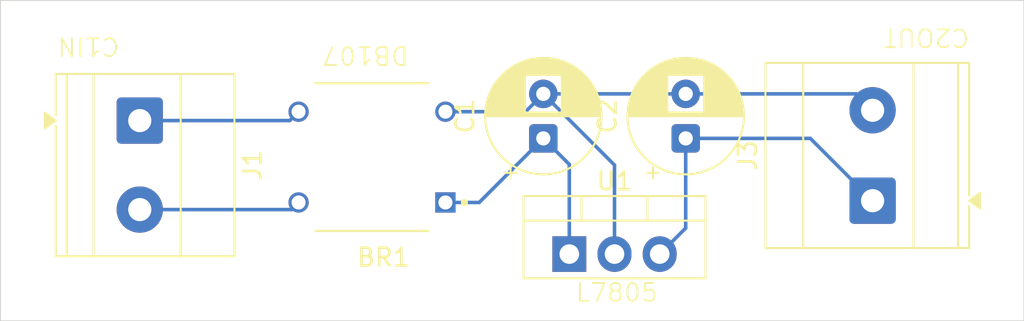
<source format=kicad_pcb>
(kicad_pcb (version 20241229) (generator "pcbnew") (generator_version "9.0")
  (layers (0 "F.Cu" signal) (2 "B.Cu" signal) (13 "F.Paste" user) (15 "B.Paste" user) (5 "F.SilkS" user "F.Silkscreen") (7 "B.SilkS" user "B.Silkscreen") (1 "F.Mask" user) (3 "B.Mask" user) (25 "Edge.Cuts" user))
  (net 0 "")
  (net 1 "Net-(J1-Pin_1)")
  (net 2 "Net-(J1-Pin_2)")
  (net 3 "Net-(U1-IN)")
  (net 4 "Net-(J3-Pin_2)")
  (net 5 "Net-(J3-Pin_1)")
  (footprint "TerminalBlock_Phoenix:TerminalBlock_Phoenix_MKDS-1,5-2_1x02_P5.00mm_Horizontal" (layer "F.Cu") (at 102.8275 64 -90)
    (property "Reference" "J1" (at 2.5 -6.32 90) (layer "F.SilkS"))
    (property "Value" "Screw_Terminal_01x02")
    (fp_line (start -2.62 4.72) (end -0.3 4.72) (stroke (width 0.12)) (layer "F.SilkS"))
    (fp_line (start 0.3 4.72) (end 7.62 4.72) (stroke (width 0.12)) (layer "F.SilkS"))
    (fp_line (start -2.62 4.1) (end 7.62 4.1) (stroke (width 0.12)) (layer "F.SilkS"))
    (fp_line (start -2.62 2.6) (end 7.62 2.6) (stroke (width 0.12)) (layer "F.SilkS"))
    (fp_line (start -2.62 -2.3) (end 7.62 -2.3) (stroke (width 0.12)) (layer "F.SilkS"))
    (fp_line (start -2.62 -5.32) (end -2.62 4.72) (stroke (width 0.12)) (layer "F.SilkS"))
    (fp_line (start -2.62 -5.32) (end 7.62 -5.32) (stroke (width 0.12)) (layer "F.SilkS"))
    (fp_line (start 7.62 -5.32) (end 7.62 4.72) (stroke (width 0.12)) (layer "F.SilkS"))
    (fp_poly (pts (xy 0 4.72) (xy 0.44 5.33) (xy -0.44 5.33)) (stroke (width 0.12)) (fill yes) (layer "F.SilkS"))
    (pad "1" thru_hole roundrect (at 0 0 270) (size 2.6 2.6) (drill 1.3) (layers "*.Cu" "*.Mask") (roundrect_rratio 0.096154) (net 1 "Net-(J1-Pin_1)"))
    (pad "2" thru_hole circle (at 5 0 270) (size 2.6 2.6) (drill 1.3) (layers "*.Cu" "*.Mask") (net 2 "Net-(J1-Pin_2)"))
  )
  (footprint "TerminalBlock_Phoenix:TerminalBlock_Phoenix_MKDS-3-2-5.08_1x02_P5.08mm_Horizontal" (layer "F.Cu") (at 144 68.5 90)
    (property "Reference" "J3" (at 2.54 -7.02 90) (layer "F.SilkS"))
    (property "Value" "Screw_Terminal_01x02")
    (fp_line (start 7.74 -6.02) (end 7.74 5.42) (stroke (width 0.12)) (layer "F.SilkS"))
    (fp_line (start -2.66 -6.02) (end 7.74 -6.02) (stroke (width 0.12)) (layer "F.SilkS"))
    (fp_line (start -2.66 -6.02) (end -2.66 5.42) (stroke (width 0.12)) (layer "F.SilkS"))
    (fp_line (start -2.66 -3.9) (end 7.74 -3.9) (stroke (width 0.12)) (layer "F.SilkS"))
    (fp_line (start -2.66 2.3) (end 7.74 2.3) (stroke (width 0.12)) (layer "F.SilkS"))
    (fp_line (start -2.66 4.8) (end 7.74 4.8) (stroke (width 0.12)) (layer "F.SilkS"))
    (fp_line (start 0.3 5.42) (end 7.74 5.42) (stroke (width 0.12)) (layer "F.SilkS"))
    (fp_line (start -2.66 5.42) (end -0.3 5.42) (stroke (width 0.12)) (layer "F.SilkS"))
    (fp_poly (pts (xy 0 5.42) (xy 0.44 6.03) (xy -0.44 6.03)) (stroke (width 0.12)) (fill yes) (layer "F.SilkS"))
    (pad "1" thru_hole roundrect (at 0 0 90) (size 2.6 2.6) (drill 1.3) (layers "*.Cu" "*.Mask") (roundrect_rratio 0.096154) (net 5 "Net-(J3-Pin_1)"))
    (pad "2" thru_hole circle (at 5.08 0 90) (size 2.6 2.6) (drill 1.3) (layers "*.Cu" "*.Mask") (net 4 "Net-(J3-Pin_2)"))
  )
  (footprint "Capacitor_THT:CP_Radial_D6.3mm_P2.50mm" (layer "F.Cu") (at 125.5 65 90)
    (property "Reference" "C1" (at 1.25 -4.4 90) (layer "F.SilkS"))
    (property "Value" "C_Polarized")
    (fp_line (start 1.29 -3.23) (end 1.29 3.23) (stroke (width 0.12)) (layer "F.SilkS"))
    (fp_line (start 1.25 -3.23) (end 1.25 3.23) (stroke (width 0.12)) (layer "F.SilkS"))
    (fp_line (start 1.33 -3.229) (end 1.33 3.229) (stroke (width 0.12)) (layer "F.SilkS"))
    (fp_line (start 1.37 -3.228) (end 1.37 3.228) (stroke (width 0.12)) (layer "F.SilkS"))
    (fp_line (start 1.41 -3.226) (end 1.41 3.226) (stroke (width 0.12)) (layer "F.SilkS"))
    (fp_line (start 1.45 -3.224) (end 1.45 3.224) (stroke (width 0.12)) (layer "F.SilkS"))
    (fp_line (start 1.49 -3.221) (end 1.49 -1.04) (stroke (width 0.12)) (layer "F.SilkS"))
    (fp_line (start 1.53 -3.218) (end 1.53 -1.04) (stroke (width 0.12)) (layer "F.SilkS"))
    (fp_line (start 1.57 -3.214) (end 1.57 -1.04) (stroke (width 0.12)) (layer "F.SilkS"))
    (fp_line (start 1.61 -3.21) (end 1.61 -1.04) (stroke (width 0.12)) (layer "F.SilkS"))
    (fp_line (start 1.65 -3.205) (end 1.65 -1.04) (stroke (width 0.12)) (layer "F.SilkS"))
    (fp_line (start 1.69 -3.2) (end 1.69 -1.04) (stroke (width 0.12)) (layer "F.SilkS"))
    (fp_line (start 1.73 -3.195) (end 1.73 -1.04) (stroke (width 0.12)) (layer "F.SilkS"))
    (fp_line (start 1.77 -3.188) (end 1.77 -1.04) (stroke (width 0.12)) (layer "F.SilkS"))
    (fp_line (start 1.81 -3.182) (end 1.81 -1.04) (stroke (width 0.12)) (layer "F.SilkS"))
    (fp_line (start 1.85 -3.174) (end 1.85 -1.04) (stroke (width 0.12)) (layer "F.SilkS"))
    (fp_line (start 1.89 -3.167) (end 1.89 -1.04) (stroke (width 0.12)) (layer "F.SilkS"))
    (fp_line (start 1.93 -3.159) (end 1.93 -1.04) (stroke (width 0.12)) (layer "F.SilkS"))
    (fp_line (start 1.97 -3.15) (end 1.97 -1.04) (stroke (width 0.12)) (layer "F.SilkS"))
    (fp_line (start 2.01 -3.14) (end 2.01 -1.04) (stroke (width 0.12)) (layer "F.SilkS"))
    (fp_line (start 2.05 -3.131) (end 2.05 -1.04) (stroke (width 0.12)) (layer "F.SilkS"))
    (fp_line (start 2.09 -3.12) (end 2.09 -1.04) (stroke (width 0.12)) (layer "F.SilkS"))
    (fp_line (start 2.13 -3.109) (end 2.13 -1.04) (stroke (width 0.12)) (layer "F.SilkS"))
    (fp_line (start 2.17 -3.098) (end 2.17 -1.04) (stroke (width 0.12)) (layer "F.SilkS"))
    (fp_line (start 2.21 -3.086) (end 2.21 -1.04) (stroke (width 0.12)) (layer "F.SilkS"))
    (fp_line (start 2.25 -3.073) (end 2.25 -1.04) (stroke (width 0.12)) (layer "F.SilkS"))
    (fp_line (start 2.29 -3.06) (end 2.29 -1.04) (stroke (width 0.12)) (layer "F.SilkS"))
    (fp_line (start 2.33 -3.047) (end 2.33 -1.04) (stroke (width 0.12)) (layer "F.SilkS"))
    (fp_line (start 2.37 -3.032) (end 2.37 -1.04) (stroke (width 0.12)) (layer "F.SilkS"))
    (fp_line (start 2.41 -3.017) (end 2.41 -1.04) (stroke (width 0.12)) (layer "F.SilkS"))
    (fp_line (start 2.45 -3.002) (end 2.45 -1.04) (stroke (width 0.12)) (layer "F.SilkS"))
    (fp_line (start 2.49 -2.986) (end 2.49 -1.04) (stroke (width 0.12)) (layer "F.SilkS"))
    (fp_line (start 2.53 -2.969) (end 2.53 -1.04) (stroke (width 0.12)) (layer "F.SilkS"))
    (fp_line (start 2.57 -2.952) (end 2.57 -1.04) (stroke (width 0.12)) (layer "F.SilkS"))
    (fp_line (start 2.61 -2.934) (end 2.61 -1.04) (stroke (width 0.12)) (layer "F.SilkS"))
    (fp_line (start 2.65 -2.915) (end 2.65 -1.04) (stroke (width 0.12)) (layer "F.SilkS"))
    (fp_line (start 2.69 -2.896) (end 2.69 -1.04) (stroke (width 0.12)) (layer "F.SilkS"))
    (fp_line (start 2.73 -2.876) (end 2.73 -1.04) (stroke (width 0.12)) (layer "F.SilkS"))
    (fp_line (start 2.77 -2.855) (end 2.77 -1.04) (stroke (width 0.12)) (layer "F.SilkS"))
    (fp_line (start 2.81 -2.834) (end 2.81 -1.04) (stroke (width 0.12)) (layer "F.SilkS"))
    (fp_line (start 2.85 -2.812) (end 2.85 -1.04) (stroke (width 0.12)) (layer "F.SilkS"))
    (fp_line (start 2.89 -2.789) (end 2.89 -1.04) (stroke (width 0.12)) (layer "F.SilkS"))
    (fp_line (start 2.93 -2.765) (end 2.93 -1.04) (stroke (width 0.12)) (layer "F.SilkS"))
    (fp_line (start 2.97 -2.741) (end 2.97 -1.04) (stroke (width 0.12)) (layer "F.SilkS"))
    (fp_line (start 3.01 -2.716) (end 3.01 -1.04) (stroke (width 0.12)) (layer "F.SilkS"))
    (fp_line (start 3.05 -2.69) (end 3.05 -1.04) (stroke (width 0.12)) (layer "F.SilkS"))
    (fp_line (start 3.09 -2.663) (end 3.09 -1.04) (stroke (width 0.12)) (layer "F.SilkS"))
    (fp_line (start 3.13 -2.636) (end 3.13 -1.04) (stroke (width 0.12)) (layer "F.SilkS"))
    (fp_line (start 3.17 -2.607) (end 3.17 -1.04) (stroke (width 0.12)) (layer "F.SilkS"))
    (fp_line (start 3.21 -2.577) (end 3.21 -1.04) (stroke (width 0.12)) (layer "F.SilkS"))
    (fp_line (start 3.25 -2.547) (end 3.25 -1.04) (stroke (width 0.12)) (layer "F.SilkS"))
    (fp_line (start 3.29 -2.516) (end 3.29 -1.04) (stroke (width 0.12)) (layer "F.SilkS"))
    (fp_line (start 3.33 -2.483) (end 3.33 -1.04) (stroke (width 0.12)) (layer "F.SilkS"))
    (fp_line (start 3.37 -2.45) (end 3.37 -1.04) (stroke (width 0.12)) (layer "F.SilkS"))
    (fp_line (start 3.41 -2.415) (end 3.41 -1.04) (stroke (width 0.12)) (layer "F.SilkS"))
    (fp_line (start 3.45 -2.379) (end 3.45 -1.04) (stroke (width 0.12)) (layer "F.SilkS"))
    (fp_line (start 3.49 -2.342) (end 3.49 -1.04) (stroke (width 0.12)) (layer "F.SilkS"))
    (fp_line (start 3.53 -2.304) (end 3.53 -1.04) (stroke (width 0.12)) (layer "F.SilkS"))
    (fp_line (start 3.57 -2.264) (end 3.57 2.264) (stroke (width 0.12)) (layer "F.SilkS"))
    (fp_line (start 3.61 -2.223) (end 3.61 2.223) (stroke (width 0.12)) (layer "F.SilkS"))
    (fp_line (start 3.65 -2.181) (end 3.65 2.181) (stroke (width 0.12)) (layer "F.SilkS"))
    (fp_line (start -1.935241 -2.154) (end -1.935241 -1.524) (stroke (width 0.12)) (layer "F.SilkS"))
    (fp_line (start 3.69 -2.137) (end 3.69 2.137) (stroke (width 0.12)) (layer "F.SilkS"))
    (fp_line (start 3.73 -2.091) (end 3.73 2.091) (stroke (width 0.12)) (layer "F.SilkS"))
    (fp_line (start 3.77 -2.044) (end 3.77 2.044) (stroke (width 0.12)) (layer "F.SilkS"))
    (fp_line (start 3.81 -1.995) (end 3.81 1.995) (stroke (width 0.12)) (layer "F.SilkS"))
    (fp_line (start 3.85 -1.943) (end 3.85 1.943) (stroke (width 0.12)) (layer "F.SilkS"))
    (fp_line (start 3.89 -1.89) (end 3.89 1.89) (stroke (width 0.12)) (layer "F.SilkS"))
    (fp_line (start -2.250241 -1.839) (end -1.620241 -1.839) (stroke (width 0.12)) (layer "F.SilkS"))
    (fp_line (start 3.93 -1.834) (end 3.93 1.834) (stroke (width 0.12)) (layer "F.SilkS"))
    (fp_line (start 3.97 -1.775) (end 3.97 1.775) (stroke (width 0.12)) (layer "F.SilkS"))
    (fp_line (start 4.01 -1.714) (end 4.01 1.714) (stroke (width 0.12)) (layer "F.SilkS"))
    (fp_line (start 4.05 -1.649) (end 4.05 1.649) (stroke (width 0.12)) (layer "F.SilkS"))
    (fp_line (start 4.09 -1.581) (end 4.09 1.581) (stroke (width 0.12)) (layer "F.SilkS"))
    (fp_line (start 4.13 -1.509) (end 4.13 1.509) (stroke (width 0.12)) (layer "F.SilkS"))
    (fp_line (start 4.17 -1.432) (end 4.17 1.432) (stroke (width 0.12)) (layer "F.SilkS"))
    (fp_line (start 4.21 -1.35) (end 4.21 1.35) (stroke (width 0.12)) (layer "F.SilkS"))
    (fp_line (start 4.25 -1.261) (end 4.25 1.261) (stroke (width 0.12)) (layer "F.SilkS"))
    (fp_line (start 4.29 -1.165) (end 4.29 1.165) (stroke (width 0.12)) (layer "F.SilkS"))
    (fp_line (start 4.33 -1.058) (end 4.33 1.058) (stroke (width 0.12)) (layer "F.SilkS"))
    (fp_line (start 4.37 -0.939) (end 4.37 0.939) (stroke (width 0.12)) (layer "F.SilkS"))
    (fp_line (start 4.41 -0.801) (end 4.41 0.801) (stroke (width 0.12)) (layer "F.SilkS"))
    (fp_line (start 4.45 -0.633) (end 4.45 0.633) (stroke (width 0.12)) (layer "F.SilkS"))
    (fp_line (start 4.49 -0.402) (end 4.49 0.402) (stroke (width 0.12)) (layer "F.SilkS"))
    (fp_line (start 3.53 1.04) (end 3.53 2.304) (stroke (width 0.12)) (layer "F.SilkS"))
    (fp_line (start 3.49 1.04) (end 3.49 2.342) (stroke (width 0.12)) (layer "F.SilkS"))
    (fp_line (start 3.45 1.04) (end 3.45 2.379) (stroke (width 0.12)) (layer "F.SilkS"))
    (fp_line (start 3.41 1.04) (end 3.41 2.415) (stroke (width 0.12)) (layer "F.SilkS"))
    (fp_line (start 3.37 1.04) (end 3.37 2.45) (stroke (width 0.12)) (layer "F.SilkS"))
    (fp_line (start 3.33 1.04) (end 3.33 2.483) (stroke (width 0.12)) (layer "F.SilkS"))
    (fp_line (start 3.29 1.04) (end 3.29 2.516) (stroke (width 0.12)) (layer "F.SilkS"))
    (fp_line (start 3.25 1.04) (end 3.25 2.547) (stroke (width 0.12)) (layer "F.SilkS"))
    (fp_line (start 3.21 1.04) (end 3.21 2.577) (stroke (width 0.12)) (layer "F.SilkS"))
    (fp_line (start 3.17 1.04) (end 3.17 2.607) (stroke (width 0.12)) (layer "F.SilkS"))
    (fp_line (start 3.13 1.04) (end 3.13 2.636) (stroke (width 0.12)) (layer "F.SilkS"))
    (fp_line (start 3.09 1.04) (end 3.09 2.663) (stroke (width 0.12)) (layer "F.SilkS"))
    (fp_line (start 3.05 1.04) (end 3.05 2.69) (stroke (width 0.12)) (layer "F.SilkS"))
    (fp_line (start 3.01 1.04) (end 3.01 2.716) (stroke (width 0.12)) (layer "F.SilkS"))
    (fp_line (start 2.97 1.04) (end 2.97 2.741) (stroke (width 0.12)) (layer "F.SilkS"))
    (fp_line (start 2.93 1.04) (end 2.93 2.765) (stroke (width 0.12)) (layer "F.SilkS"))
    (fp_line (start 2.89 1.04) (end 2.89 2.789) (stroke (width 0.12)) (layer "F.SilkS"))
    (fp_line (start 2.85 1.04) (end 2.85 2.812) (stroke (width 0.12)) (layer "F.SilkS"))
    (fp_line (start 2.81 1.04) (end 2.81 2.834) (stroke (width 0.12)) (layer "F.SilkS"))
    (fp_line (start 2.77 1.04) (end 2.77 2.855) (stroke (width 0.12)) (layer "F.SilkS"))
    (fp_line (start 2.73 1.04) (end 2.73 2.876) (stroke (width 0.12)) (layer "F.SilkS"))
    (fp_line (start 2.69 1.04) (end 2.69 2.896) (stroke (width 0.12)) (layer "F.SilkS"))
    (fp_line (start 2.65 1.04) (end 2.65 2.915) (stroke (width 0.12)) (layer "F.SilkS"))
    (fp_line (start 2.61 1.04) (end 2.61 2.934) (stroke (width 0.12)) (layer "F.SilkS"))
    (fp_line (start 2.57 1.04) (end 2.57 2.952) (stroke (width 0.12)) (layer "F.SilkS"))
    (fp_line (start 2.53 1.04) (end 2.53 2.969) (stroke (width 0.12)) (layer "F.SilkS"))
    (fp_line (start 2.49 1.04) (end 2.49 2.986) (stroke (width 0.12)) (layer "F.SilkS"))
    (fp_line (start 2.45 1.04) (end 2.45 3.002) (stroke (width 0.12)) (layer "F.SilkS"))
    (fp_line (start 2.41 1.04) (end 2.41 3.017) (stroke (width 0.12)) (layer "F.SilkS"))
    (fp_line (start 2.37 1.04) (end 2.37 3.032) (stroke (width 0.12)) (layer "F.SilkS"))
    (fp_line (start 2.33 1.04) (end 2.33 3.047) (stroke (width 0.12)) (layer "F.SilkS"))
    (fp_line (start 2.29 1.04) (end 2.29 3.06) (stroke (width 0.12)) (layer "F.SilkS"))
    (fp_line (start 2.25 1.04) (end 2.25 3.073) (stroke (width 0.12)) (layer "F.SilkS"))
    (fp_line (start 2.21 1.04) (end 2.21 3.086) (stroke (width 0.12)) (layer "F.SilkS"))
    (fp_line (start 2.17 1.04) (end 2.17 3.098) (stroke (width 0.12)) (layer "F.SilkS"))
    (fp_line (start 2.13 1.04) (end 2.13 3.109) (stroke (width 0.12)) (layer "F.SilkS"))
    (fp_line (start 2.09 1.04) (end 2.09 3.12) (stroke (width 0.12)) (layer "F.SilkS"))
    (fp_line (start 2.05 1.04) (end 2.05 3.131) (stroke (width 0.12)) (layer "F.SilkS"))
    (fp_line (start 2.01 1.04) (end 2.01 3.14) (stroke (width 0.12)) (layer "F.SilkS"))
    (fp_line (start 1.97 1.04) (end 1.97 3.15) (stroke (width 0.12)) (layer "F.SilkS"))
    (fp_line (start 1.93 1.04) (end 1.93 3.159) (stroke (width 0.12)) (layer "F.SilkS"))
    (fp_line (start 1.89 1.04) (end 1.89 3.167) (stroke (width 0.12)) (layer "F.SilkS"))
    (fp_line (start 1.85 1.04) (end 1.85 3.174) (stroke (width 0.12)) (layer "F.SilkS"))
    (fp_line (start 1.81 1.04) (end 1.81 3.182) (stroke (width 0.12)) (layer "F.SilkS"))
    (fp_line (start 1.77 1.04) (end 1.77 3.188) (stroke (width 0.12)) (layer "F.SilkS"))
    (fp_line (start 1.73 1.04) (end 1.73 3.195) (stroke (width 0.12)) (layer "F.SilkS"))
    (fp_line (start 1.69 1.04) (end 1.69 3.2) (stroke (width 0.12)) (layer "F.SilkS"))
    (fp_line (start 1.65 1.04) (end 1.65 3.205) (stroke (width 0.12)) (layer "F.SilkS"))
    (fp_line (start 1.61 1.04) (end 1.61 3.21) (stroke (width 0.12)) (layer "F.SilkS"))
    (fp_line (start 1.57 1.04) (end 1.57 3.214) (stroke (width 0.12)) (layer "F.SilkS"))
    (fp_line (start 1.53 1.04) (end 1.53 3.218) (stroke (width 0.12)) (layer "F.SilkS"))
    (fp_line (start 1.49 1.04) (end 1.49 3.221) (stroke (width 0.12)) (layer "F.SilkS"))
    (fp_circle (center 1.25 0) (end 4.52 0) (stroke (width 0.12)) (fill no) (layer "F.SilkS"))
    (pad "1" thru_hole roundrect (at 0 0 90) (size 1.6 1.6) (drill 0.8) (layers "*.Cu" "*.Mask") (roundrect_rratio 0.15625) (net 3 "Net-(U1-IN)"))
    (pad "2" thru_hole circle (at 2.5 0 90) (size 1.6 1.6) (drill 0.8) (layers "*.Cu" "*.Mask") (net 4 "Net-(J3-Pin_2)"))
  )
  (footprint "Package_TO_SOT_THT:TO-220-3_Vertical" (layer "F.Cu") (at 126.96 71.5)
    (property "Reference" "U1" (at 2.54 -4.1 0) (layer "F.SilkS"))
    (property "Value" "L7805")
    (fp_line (start -2.57 -3.26) (end -2.57 1.36) (stroke (width 0.12)) (layer "F.SilkS"))
    (fp_line (start -2.57 -3.26) (end 7.65 -3.26) (stroke (width 0.12)) (layer "F.SilkS"))
    (fp_line (start -2.57 -1.88) (end 7.65 -1.88) (stroke (width 0.12)) (layer "F.SilkS"))
    (fp_line (start -2.57 1.36) (end 7.65 1.36) (stroke (width 0.12)) (layer "F.SilkS"))
    (fp_line (start 0.69 -3.26) (end 0.69 -1.88) (stroke (width 0.12)) (layer "F.SilkS"))
    (fp_line (start 4.39 -3.26) (end 4.39 -1.88) (stroke (width 0.12)) (layer "F.SilkS"))
    (fp_line (start 7.65 -3.26) (end 7.65 1.36) (stroke (width 0.12)) (layer "F.SilkS"))
    (pad "1" thru_hole rect (at 0 0) (size 1.905 2) (drill 1.1) (layers "*.Cu" "*.Mask") (net 3 "Net-(U1-IN)"))
    (pad "2" thru_hole oval (at 2.54 0) (size 1.905 2) (drill 1.1) (layers "*.Cu" "*.Mask") (net 4 "Net-(J3-Pin_2)"))
    (pad "3" thru_hole oval (at 5.08 0) (size 1.905 2) (drill 1.1) (layers "*.Cu" "*.Mask") (net 5 "Net-(J3-Pin_1)"))
  )
  (footprint "Capacitor_THT:CP_Radial_D6.3mm_P2.50mm" (layer "F.Cu") (at 133.5 65 90)
    (property "Reference" "C2" (at 1.25 -4.4 90) (layer "F.SilkS"))
    (property "Value" "C_Polarized")
    (fp_line (start 1.29 -3.23) (end 1.29 3.23) (stroke (width 0.12)) (layer "F.SilkS"))
    (fp_line (start 1.25 -3.23) (end 1.25 3.23) (stroke (width 0.12)) (layer "F.SilkS"))
    (fp_line (start 1.33 -3.229) (end 1.33 3.229) (stroke (width 0.12)) (layer "F.SilkS"))
    (fp_line (start 1.37 -3.228) (end 1.37 3.228) (stroke (width 0.12)) (layer "F.SilkS"))
    (fp_line (start 1.41 -3.226) (end 1.41 3.226) (stroke (width 0.12)) (layer "F.SilkS"))
    (fp_line (start 1.45 -3.224) (end 1.45 3.224) (stroke (width 0.12)) (layer "F.SilkS"))
    (fp_line (start 1.49 -3.221) (end 1.49 -1.04) (stroke (width 0.12)) (layer "F.SilkS"))
    (fp_line (start 1.53 -3.218) (end 1.53 -1.04) (stroke (width 0.12)) (layer "F.SilkS"))
    (fp_line (start 1.57 -3.214) (end 1.57 -1.04) (stroke (width 0.12)) (layer "F.SilkS"))
    (fp_line (start 1.61 -3.21) (end 1.61 -1.04) (stroke (width 0.12)) (layer "F.SilkS"))
    (fp_line (start 1.65 -3.205) (end 1.65 -1.04) (stroke (width 0.12)) (layer "F.SilkS"))
    (fp_line (start 1.69 -3.2) (end 1.69 -1.04) (stroke (width 0.12)) (layer "F.SilkS"))
    (fp_line (start 1.73 -3.195) (end 1.73 -1.04) (stroke (width 0.12)) (layer "F.SilkS"))
    (fp_line (start 1.77 -3.188) (end 1.77 -1.04) (stroke (width 0.12)) (layer "F.SilkS"))
    (fp_line (start 1.81 -3.182) (end 1.81 -1.04) (stroke (width 0.12)) (layer "F.SilkS"))
    (fp_line (start 1.85 -3.174) (end 1.85 -1.04) (stroke (width 0.12)) (layer "F.SilkS"))
    (fp_line (start 1.89 -3.167) (end 1.89 -1.04) (stroke (width 0.12)) (layer "F.SilkS"))
    (fp_line (start 1.93 -3.159) (end 1.93 -1.04) (stroke (width 0.12)) (layer "F.SilkS"))
    (fp_line (start 1.97 -3.15) (end 1.97 -1.04) (stroke (width 0.12)) (layer "F.SilkS"))
    (fp_line (start 2.01 -3.14) (end 2.01 -1.04) (stroke (width 0.12)) (layer "F.SilkS"))
    (fp_line (start 2.05 -3.131) (end 2.05 -1.04) (stroke (width 0.12)) (layer "F.SilkS"))
    (fp_line (start 2.09 -3.12) (end 2.09 -1.04) (stroke (width 0.12)) (layer "F.SilkS"))
    (fp_line (start 2.13 -3.109) (end 2.13 -1.04) (stroke (width 0.12)) (layer "F.SilkS"))
    (fp_line (start 2.17 -3.098) (end 2.17 -1.04) (stroke (width 0.12)) (layer "F.SilkS"))
    (fp_line (start 2.21 -3.086) (end 2.21 -1.04) (stroke (width 0.12)) (layer "F.SilkS"))
    (fp_line (start 2.25 -3.073) (end 2.25 -1.04) (stroke (width 0.12)) (layer "F.SilkS"))
    (fp_line (start 2.29 -3.06) (end 2.29 -1.04) (stroke (width 0.12)) (layer "F.SilkS"))
    (fp_line (start 2.33 -3.047) (end 2.33 -1.04) (stroke (width 0.12)) (layer "F.SilkS"))
    (fp_line (start 2.37 -3.032) (end 2.37 -1.04) (stroke (width 0.12)) (layer "F.SilkS"))
    (fp_line (start 2.41 -3.017) (end 2.41 -1.04) (stroke (width 0.12)) (layer "F.SilkS"))
    (fp_line (start 2.45 -3.002) (end 2.45 -1.04) (stroke (width 0.12)) (layer "F.SilkS"))
    (fp_line (start 2.49 -2.986) (end 2.49 -1.04) (stroke (width 0.12)) (layer "F.SilkS"))
    (fp_line (start 2.53 -2.969) (end 2.53 -1.04) (stroke (width 0.12)) (layer "F.SilkS"))
    (fp_line (start 2.57 -2.952) (end 2.57 -1.04) (stroke (width 0.12)) (layer "F.SilkS"))
    (fp_line (start 2.61 -2.934) (end 2.61 -1.04) (stroke (width 0.12)) (layer "F.SilkS"))
    (fp_line (start 2.65 -2.915) (end 2.65 -1.04) (stroke (width 0.12)) (layer "F.SilkS"))
    (fp_line (start 2.69 -2.896) (end 2.69 -1.04) (stroke (width 0.12)) (layer "F.SilkS"))
    (fp_line (start 2.73 -2.876) (end 2.73 -1.04) (stroke (width 0.12)) (layer "F.SilkS"))
    (fp_line (start 2.77 -2.855) (end 2.77 -1.04) (stroke (width 0.12)) (layer "F.SilkS"))
    (fp_line (start 2.81 -2.834) (end 2.81 -1.04) (stroke (width 0.12)) (layer "F.SilkS"))
    (fp_line (start 2.85 -2.812) (end 2.85 -1.04) (stroke (width 0.12)) (layer "F.SilkS"))
    (fp_line (start 2.89 -2.789) (end 2.89 -1.04) (stroke (width 0.12)) (layer "F.SilkS"))
    (fp_line (start 2.93 -2.765) (end 2.93 -1.04) (stroke (width 0.12)) (layer "F.SilkS"))
    (fp_line (start 2.97 -2.741) (end 2.97 -1.04) (stroke (width 0.12)) (layer "F.SilkS"))
    (fp_line (start 3.01 -2.716) (end 3.01 -1.04) (stroke (width 0.12)) (layer "F.SilkS"))
    (fp_line (start 3.05 -2.69) (end 3.05 -1.04) (stroke (width 0.12)) (layer "F.SilkS"))
    (fp_line (start 3.09 -2.663) (end 3.09 -1.04) (stroke (width 0.12)) (layer "F.SilkS"))
    (fp_line (start 3.13 -2.636) (end 3.13 -1.04) (stroke (width 0.12)) (layer "F.SilkS"))
    (fp_line (start 3.17 -2.607) (end 3.17 -1.04) (stroke (width 0.12)) (layer "F.SilkS"))
    (fp_line (start 3.21 -2.577) (end 3.21 -1.04) (stroke (width 0.12)) (layer "F.SilkS"))
    (fp_line (start 3.25 -2.547) (end 3.25 -1.04) (stroke (width 0.12)) (layer "F.SilkS"))
    (fp_line (start 3.29 -2.516) (end 3.29 -1.04) (stroke (width 0.12)) (layer "F.SilkS"))
    (fp_line (start 3.33 -2.483) (end 3.33 -1.04) (stroke (width 0.12)) (layer "F.SilkS"))
    (fp_line (start 3.37 -2.45) (end 3.37 -1.04) (stroke (width 0.12)) (layer "F.SilkS"))
    (fp_line (start 3.41 -2.415) (end 3.41 -1.04) (stroke (width 0.12)) (layer "F.SilkS"))
    (fp_line (start 3.45 -2.379) (end 3.45 -1.04) (stroke (width 0.12)) (layer "F.SilkS"))
    (fp_line (start 3.49 -2.342) (end 3.49 -1.04) (stroke (width 0.12)) (layer "F.SilkS"))
    (fp_line (start 3.53 -2.304) (end 3.53 -1.04) (stroke (width 0.12)) (layer "F.SilkS"))
    (fp_line (start 3.57 -2.264) (end 3.57 2.264) (stroke (width 0.12)) (layer "F.SilkS"))
    (fp_line (start 3.61 -2.223) (end 3.61 2.223) (stroke (width 0.12)) (layer "F.SilkS"))
    (fp_line (start 3.65 -2.181) (end 3.65 2.181) (stroke (width 0.12)) (layer "F.SilkS"))
    (fp_line (start -1.935241 -2.154) (end -1.935241 -1.524) (stroke (width 0.12)) (layer "F.SilkS"))
    (fp_line (start 3.69 -2.137) (end 3.69 2.137) (stroke (width 0.12)) (layer "F.SilkS"))
    (fp_line (start 3.73 -2.091) (end 3.73 2.091) (stroke (width 0.12)) (layer "F.SilkS"))
    (fp_line (start 3.77 -2.044) (end 3.77 2.044) (stroke (width 0.12)) (layer "F.SilkS"))
    (fp_line (start 3.81 -1.995) (end 3.81 1.995) (stroke (width 0.12)) (layer "F.SilkS"))
    (fp_line (start 3.85 -1.943) (end 3.85 1.943) (stroke (width 0.12)) (layer "F.SilkS"))
    (fp_line (start 3.89 -1.89) (end 3.89 1.89) (stroke (width 0.12)) (layer "F.SilkS"))
    (fp_line (start -2.250241 -1.839) (end -1.620241 -1.839) (stroke (width 0.12)) (layer "F.SilkS"))
    (fp_line (start 3.93 -1.834) (end 3.93 1.834) (stroke (width 0.12)) (layer "F.SilkS"))
    (fp_line (start 3.97 -1.775) (end 3.97 1.775) (stroke (width 0.12)) (layer "F.SilkS"))
    (fp_line (start 4.01 -1.714) (end 4.01 1.714) (stroke (width 0.12)) (layer "F.SilkS"))
    (fp_line (start 4.05 -1.649) (end 4.05 1.649) (stroke (width 0.12)) (layer "F.SilkS"))
    (fp_line (start 4.09 -1.581) (end 4.09 1.581) (stroke (width 0.12)) (layer "F.SilkS"))
    (fp_line (start 4.13 -1.509) (end 4.13 1.509) (stroke (width 0.12)) (layer "F.SilkS"))
    (fp_line (start 4.17 -1.432) (end 4.17 1.432) (stroke (width 0.12)) (layer "F.SilkS"))
    (fp_line (start 4.21 -1.35) (end 4.21 1.35) (stroke (width 0.12)) (layer "F.SilkS"))
    (fp_line (start 4.25 -1.261) (end 4.25 1.261) (stroke (width 0.12)) (layer "F.SilkS"))
    (fp_line (start 4.29 -1.165) (end 4.29 1.165) (stroke (width 0.12)) (layer "F.SilkS"))
    (fp_line (start 4.33 -1.058) (end 4.33 1.058) (stroke (width 0.12)) (layer "F.SilkS"))
    (fp_line (start 4.37 -0.939) (end 4.37 0.939) (stroke (width 0.12)) (layer "F.SilkS"))
    (fp_line (start 4.41 -0.801) (end 4.41 0.801) (stroke (width 0.12)) (layer "F.SilkS"))
    (fp_line (start 4.45 -0.633) (end 4.45 0.633) (stroke (width 0.12)) (layer "F.SilkS"))
    (fp_line (start 4.49 -0.402) (end 4.49 0.402) (stroke (width 0.12)) (layer "F.SilkS"))
    (fp_line (start 3.53 1.04) (end 3.53 2.304) (stroke (width 0.12)) (layer "F.SilkS"))
    (fp_line (start 3.49 1.04) (end 3.49 2.342) (stroke (width 0.12)) (layer "F.SilkS"))
    (fp_line (start 3.45 1.04) (end 3.45 2.379) (stroke (width 0.12)) (layer "F.SilkS"))
    (fp_line (start 3.41 1.04) (end 3.41 2.415) (stroke (width 0.12)) (layer "F.SilkS"))
    (fp_line (start 3.37 1.04) (end 3.37 2.45) (stroke (width 0.12)) (layer "F.SilkS"))
    (fp_line (start 3.33 1.04) (end 3.33 2.483) (stroke (width 0.12)) (layer "F.SilkS"))
    (fp_line (start 3.29 1.04) (end 3.29 2.516) (stroke (width 0.12)) (layer "F.SilkS"))
    (fp_line (start 3.25 1.04) (end 3.25 2.547) (stroke (width 0.12)) (layer "F.SilkS"))
    (fp_line (start 3.21 1.04) (end 3.21 2.577) (stroke (width 0.12)) (layer "F.SilkS"))
    (fp_line (start 3.17 1.04) (end 3.17 2.607) (stroke (width 0.12)) (layer "F.SilkS"))
    (fp_line (start 3.13 1.04) (end 3.13 2.636) (stroke (width 0.12)) (layer "F.SilkS"))
    (fp_line (start 3.09 1.04) (end 3.09 2.663) (stroke (width 0.12)) (layer "F.SilkS"))
    (fp_line (start 3.05 1.04) (end 3.05 2.69) (stroke (width 0.12)) (layer "F.SilkS"))
    (fp_line (start 3.01 1.04) (end 3.01 2.716) (stroke (width 0.12)) (layer "F.SilkS"))
    (fp_line (start 2.97 1.04) (end 2.97 2.741) (stroke (width 0.12)) (layer "F.SilkS"))
    (fp_line (start 2.93 1.04) (end 2.93 2.765) (stroke (width 0.12)) (layer "F.SilkS"))
    (fp_line (start 2.89 1.04) (end 2.89 2.789) (stroke (width 0.12)) (layer "F.SilkS"))
    (fp_line (start 2.85 1.04) (end 2.85 2.812) (stroke (width 0.12)) (layer "F.SilkS"))
    (fp_line (start 2.81 1.04) (end 2.81 2.834) (stroke (width 0.12)) (layer "F.SilkS"))
    (fp_line (start 2.77 1.04) (end 2.77 2.855) (stroke (width 0.12)) (layer "F.SilkS"))
    (fp_line (start 2.73 1.04) (end 2.73 2.876) (stroke (width 0.12)) (layer "F.SilkS"))
    (fp_line (start 2.69 1.04) (end 2.69 2.896) (stroke (width 0.12)) (layer "F.SilkS"))
    (fp_line (start 2.65 1.04) (end 2.65 2.915) (stroke (width 0.12)) (layer "F.SilkS"))
    (fp_line (start 2.61 1.04) (end 2.61 2.934) (stroke (width 0.12)) (layer "F.SilkS"))
    (fp_line (start 2.57 1.04) (end 2.57 2.952) (stroke (width 0.12)) (layer "F.SilkS"))
    (fp_line (start 2.53 1.04) (end 2.53 2.969) (stroke (width 0.12)) (layer "F.SilkS"))
    (fp_line (start 2.49 1.04) (end 2.49 2.986) (stroke (width 0.12)) (layer "F.SilkS"))
    (fp_line (start 2.45 1.04) (end 2.45 3.002) (stroke (width 0.12)) (layer "F.SilkS"))
    (fp_line (start 2.41 1.04) (end 2.41 3.017) (stroke (width 0.12)) (layer "F.SilkS"))
    (fp_line (start 2.37 1.04) (end 2.37 3.032) (stroke (width 0.12)) (layer "F.SilkS"))
    (fp_line (start 2.33 1.04) (end 2.33 3.047) (stroke (width 0.12)) (layer "F.SilkS"))
    (fp_line (start 2.29 1.04) (end 2.29 3.06) (stroke (width 0.12)) (layer "F.SilkS"))
    (fp_line (start 2.25 1.04) (end 2.25 3.073) (stroke (width 0.12)) (layer "F.SilkS"))
    (fp_line (start 2.21 1.04) (end 2.21 3.086) (stroke (width 0.12)) (layer "F.SilkS"))
    (fp_line (start 2.17 1.04) (end 2.17 3.098) (stroke (width 0.12)) (layer "F.SilkS"))
    (fp_line (start 2.13 1.04) (end 2.13 3.109) (stroke (width 0.12)) (layer "F.SilkS"))
    (fp_line (start 2.09 1.04) (end 2.09 3.12) (stroke (width 0.12)) (layer "F.SilkS"))
    (fp_line (start 2.05 1.04) (end 2.05 3.131) (stroke (width 0.12)) (layer "F.SilkS"))
    (fp_line (start 2.01 1.04) (end 2.01 3.14) (stroke (width 0.12)) (layer "F.SilkS"))
    (fp_line (start 1.97 1.04) (end 1.97 3.15) (stroke (width 0.12)) (layer "F.SilkS"))
    (fp_line (start 1.93 1.04) (end 1.93 3.159) (stroke (width 0.12)) (layer "F.SilkS"))
    (fp_line (start 1.89 1.04) (end 1.89 3.167) (stroke (width 0.12)) (layer "F.SilkS"))
    (fp_line (start 1.85 1.04) (end 1.85 3.174) (stroke (width 0.12)) (layer "F.SilkS"))
    (fp_line (start 1.81 1.04) (end 1.81 3.182) (stroke (width 0.12)) (layer "F.SilkS"))
    (fp_line (start 1.77 1.04) (end 1.77 3.188) (stroke (width 0.12)) (layer "F.SilkS"))
    (fp_line (start 1.73 1.04) (end 1.73 3.195) (stroke (width 0.12)) (layer "F.SilkS"))
    (fp_line (start 1.69 1.04) (end 1.69 3.2) (stroke (width 0.12)) (layer "F.SilkS"))
    (fp_line (start 1.65 1.04) (end 1.65 3.205) (stroke (width 0.12)) (layer "F.SilkS"))
    (fp_line (start 1.61 1.04) (end 1.61 3.21) (stroke (width 0.12)) (layer "F.SilkS"))
    (fp_line (start 1.57 1.04) (end 1.57 3.214) (stroke (width 0.12)) (layer "F.SilkS"))
    (fp_line (start 1.53 1.04) (end 1.53 3.218) (stroke (width 0.12)) (layer "F.SilkS"))
    (fp_line (start 1.49 1.04) (end 1.49 3.221) (stroke (width 0.12)) (layer "F.SilkS"))
    (fp_circle (center 1.25 0) (end 4.52 0) (stroke (width 0.12)) (fill no) (layer "F.SilkS"))
    (pad "1" thru_hole roundrect (at 0 0 90) (size 1.6 1.6) (drill 0.8) (layers "*.Cu" "*.Mask") (roundrect_rratio 0.15625) (net 5 "Net-(J3-Pin_1)"))
    (pad "2" thru_hole circle (at 2.5 0 90) (size 1.6 1.6) (drill 0.8) (layers "*.Cu" "*.Mask") (net 4 "Net-(J3-Pin_2)"))
  )
  (footprint "DB107:DIP825W50P509L880H320Q4" (layer "F.Cu") (at 115.875 66.05 180)
    (property "Reference" "BR1" (at -0.645 -5.635 0) (layer "F.SilkS"))
    (property "Value" "DB107")
    (fp_line (start -3.175 4.15) (end 3.175 4.15) (stroke (width 0.127)) (layer "F.SilkS"))
    (fp_line (start -3.175 -4.15) (end 3.175 -4.15) (stroke (width 0.127)) (layer "F.SilkS"))
    (fp_circle (center -5.195 -2.55) (end -5.095 -2.55) (stroke (width 0.2)) (fill no) (layer "F.SilkS"))
    (pad "1" thru_hole rect (at -4.125 -2.55 180) (size 1.14 1.14) (drill 0.79) (layers "*.Cu" "*.Mask") (net 3 "Net-(U1-IN)"))
    (pad "2" thru_hole circle (at -4.125 2.55 180) (size 1.14 1.14) (drill 0.79) (layers "*.Cu" "*.Mask") (net 4 "Net-(J3-Pin_2)"))
    (pad "3" thru_hole circle (at 4.125 2.55 180) (size 1.14 1.14) (drill 0.79) (layers "*.Cu" "*.Mask") (net 1 "Net-(J1-Pin_1)"))
    (pad "4" thru_hole circle (at 4.125 -2.55 180) (size 1.14 1.14) (drill 0.79) (layers "*.Cu" "*.Mask") (net 2 "Net-(J1-Pin_2)"))
  )
  (gr_rect (start 95 57.25) (end 152.5 75.25) (stroke (width 0.05)) (fill no) (layer "Edge.Cuts"))
  (gr_text "L7805\n" (at 127.25 74.25 0) (layer "F.SilkS") (effects (font (size 1 1) (thickness 0.1)) (justify left bottom)))
  (gr_text "DB107\n" (at 118 59.75 180) (layer "F.SilkS") (effects (font (size 1 1) (thickness 0.1)) (justify left bottom)))
  (gr_text "C1IN" (at 101.75 59.25 180) (layer "F.SilkS") (effects (font (size 1 1) (thickness 0.1)) (justify left bottom)))
  (gr_text "C2OUT\n" (at 149.5 58.75 180) (layer "F.SilkS") (effects (font (size 1 1) (thickness 0.1)) (justify left bottom)))
  (segment (start 102.8275 64) (end 111.25 64) (width 0.2) (layer "B.Cu") (net 1))
  (segment (start 111.25 64) (end 111.75 63.5) (width 0.2) (layer "B.Cu") (net 1))
  (segment (start 102.8275 69) (end 111.35 69) (width 0.2) (layer "B.Cu") (net 2))
  (segment (start 111.35 69) (end 111.75 68.6) (width 0.2) (layer "B.Cu") (net 2))
  (segment (start 120 68.6) (end 121.9 68.6) (width 0.2) (layer "B.Cu") (net 3))
  (segment (start 126.96 66.46) (end 125.5 65) (width 0.2) (layer "B.Cu") (net 3))
  (segment (start 126.96 71.5) (end 126.96 66.46) (width 0.2) (layer "B.Cu") (net 3))
  (segment (start 121.9 68.6) (end 125.5 65) (width 0.2) (layer "B.Cu") (net 3))
  (segment (start 133.5 62.5) (end 143.08 62.5) (width 0.2) (layer "B.Cu") (net 4))
  (segment (start 125.5 62.5) (end 133.5 62.5) (width 0.2) (layer "B.Cu") (net 4))
  (segment (start 143.08 62.5) (end 144 63.42) (width 0.2) (layer "B.Cu") (net 4))
  (segment (start 120 63.5) (end 124.5 63.5) (width 0.2) (layer "B.Cu") (net 4))
  (segment (start 124.5 63.5) (end 125.5 62.5) (width 0.2) (layer "B.Cu") (net 4))
  (segment (start 129.5 66.5) (end 125.5 62.5) (width 0.2) (layer "B.Cu") (net 4))
  (segment (start 129.5 71.5) (end 129.5 66.5) (width 0.2) (layer "B.Cu") (net 4))
  (segment (start 133.5 70.04) (end 132.04 71.5) (width 0.2) (layer "B.Cu") (net 5))
  (segment (start 133.5 65) (end 140.5 65) (width 0.2) (layer "B.Cu") (net 5))
  (segment (start 140.5 65) (end 144 68.5) (width 0.2) (layer "B.Cu") (net 5))
  (segment (start 133.5 65) (end 133.5 70.04) (width 0.2) (layer "B.Cu") (net 5))
)
</source>
